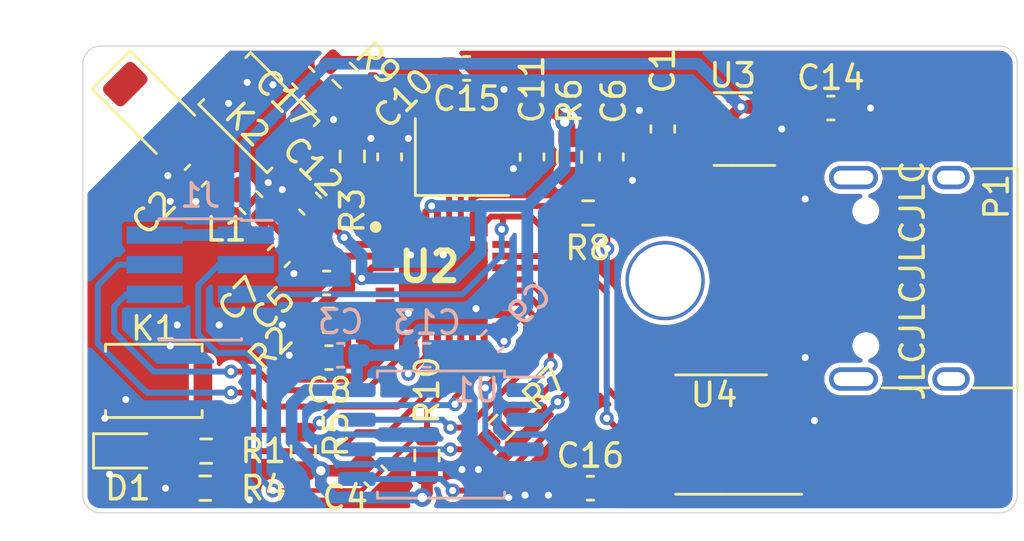
<source format=kicad_pcb>
(kicad_pcb (version 20211014) (generator pcbnew)
  (title_block (title "ESP8266 Wireless DAP") (date "2022-02-02") (rev "Version 1.2.1"))
  (layers (0 "F.Cu" signal) (31 "B.Cu" signal) (34 "B.Paste" user) (35 "F.Paste" user) (36 "B.SilkS" user "B.Silkscreen") (37 "F.SilkS" user "F.Silkscreen") (38 "B.Mask" user) (39 "F.Mask" user) (44 "Edge.Cuts" user))
  (net 0 "")
  (net 1 "GND")
  (net 2 "Net-(ANT1-Pad2)")
  (net 3 "+3V3")
  (net 4 "Net-(C7-Pad1)")
  (net 5 "Net-(C8-Pad1)")
  (net 6 "Net-(C10-Pad1)")
  (net 7 "Net-(C11-Pad1)")
  (net 8 "+5V")
  (net 9 "Net-(C16-Pad1)")
  (net 10 "/RST")
  (net 11 "Net-(D1-Pad2)")
  (net 12 "/UART_TX")
  (net 13 "/SWDIO")
  (net 14 "/U0_RXD")
  (net 15 "/SWDCLK")
  (net 16 "Net-(K1-Pad2)")
  (net 18 "/USB_DP")
  (net 19 "/USB_DM")
  (net 23 "/LED")
  (net 24 "Net-(R3-Pad2)")
  (net 25 "Net-(R6-Pad1)")
  (net 26 "Net-(R7-Pad1)")
  (net 27 "/SD_CLK")
  (net 28 "/U0_TXD")
  (net 29 "/SD_CMD")
  (net 30 "/SD_DATA0")
  (net 31 "/SD_DATA2")
  (net 32 "/SD_DATA1")
  (net 33 "/SD_DATA3")
  (footprint "Button_Switch_SMD:SW_Push_SPST_NO_Alps_SKRK" (layer "F.Cu") (at 130.6 110.3)
    (fp_text reference "K1")
    (fp_text value "SW_DIP_x01")
  )
  (footprint "Capacitor_SMD:C_0603_1608Metric" (layer "F.Cu") (at 138.1 109.3 180)
    (fp_text reference "C8")
    (fp_text value "100nF")
  )
  (footprint "Capacitor_SMD:C_0603_1608Metric" (layer "F.Cu") (at 137 97.3 135)
    (fp_text reference "C17")
    (fp_text value "100nF")
  )
  (footprint "Resistor_SMD:R_0603_1608Metric" (layer "F.Cu") (at 137 113.325 -90)
    (fp_text reference "R5")
    (fp_text value "10kR")
  )
  (footprint "Resistor_SMD:R_0603_1608Metric" (layer "F.Cu") (at 142.3 113.5 -90)
    (fp_text reference "R10")
    (fp_text value "10kR")
  )
  (footprint "Resistor_SMD:R_0603_1608Metric" (layer "F.Cu") (at 132.8 114.9)
    (fp_text reference "R4")
    (fp_text value "10kR")
  )
  (footprint "Capacitor_SMD:C_0603_1608Metric" (layer "F.Cu") (at 149.3 114.9 180)
    (fp_text reference "C16")
    (fp_text value "100nF")
  )
  (footprint "Capacitor_SMD:C_0603_1608Metric" (layer "F.Cu") (at 137.3 102.7 135)
    (fp_text reference "C12")
    (fp_text value "100nF")
  )
  (footprint "Inductor_SMD:L_0603_1608Metric" (layer "F.Cu") (at 134.756847 102.656847 -45)
    (fp_text reference "L1")
    (fp_text value "2.2nH")
  )
  (footprint "Capacitor_SMD:C_0603_1608Metric" (layer "F.Cu") (at 152.4 99.5 90)
    (fp_text reference "C1")
    (fp_text value "10uF")
  )
  (footprint "Resistor_SMD:R_0603_1608Metric" (layer "F.Cu") (at 149.2 103.1)
    (fp_text reference "R8")
    (fp_text value "499R")
  )
  (footprint "Capacitor_SMD:C_0603_1608Metric" (layer "F.Cu") (at 146.8 100.7 -90)
    (fp_text reference "C11")
    (fp_text value "18pF")
  )
  (footprint "Package_TO_SOT_SMD:SOT-23-5" (layer "F.Cu") (at 155.4 99.5 180)
    (fp_text reference "U3")
    (fp_text value "HX9193")
  )
  (footprint "Connector_USB:USB_C_Receptacle_HRO_TYPE-C-31-M-12" (layer "F.Cu") (at 163.7 105.9 90)
    (fp_text reference "P1")
    (fp_text value "USB_C_Plug_USB2.0")
  )
  (footprint "Capacitor_SMD:C_0603_1608Metric" (layer "F.Cu") (at 140.7 100.7 90)
    (fp_text reference "C10")
    (fp_text value "18pF")
  )
  (footprint "Resistor_SMD:R_0603_1608Metric" (layer "F.Cu") (at 139.1 100.675 -90)
    (fp_text reference "R3")
    (fp_text value "12kR")
  )
  (footprint "Resistor_SMD:R_0603_1608Metric" (layer "F.Cu") (at 145.5 112.3 -135)
    (fp_text reference "R7")
    (fp_text value "200R")
  )
  (footprint "LED_SMD:LED_0603_1608Metric" (layer "F.Cu") (at 129.5 113.3)
    (fp_text reference "D1")
    (fp_text value "LED")
  )
  (footprint "Package_SO:SOIC-8_3.9x4.9mm_P1.27mm" (layer "F.Cu") (at 154.9 112.6 180)
    (fp_text reference "U4")
    (fp_text value "CH330N")
  )
  (footprint "RF_Antenna:Johanson_2450AT18x100" (layer "F.Cu") (at 130.4 98.6 -45)
    (fp_text reference "ANT1" hide)
    (fp_text value "Conn_01x02")
  )
  (footprint "Capacitor_SMD:C_0603_1608Metric" (layer "F.Cu") (at 132.4 101.5 -135)
    (fp_text reference "C2")
    (fp_text value "2.4pF")
  )
  (footprint "Resistor_SMD:R_0603_1608Metric" (layer "F.Cu") (at 148.4 100.7 90)
    (fp_text reference "R6")
    (fp_text value "10kR")
  )
  (footprint "Capacitor_SMD:C_0603_1608Metric" (layer "F.Cu") (at 140.1 114.4 -45)
    (fp_text reference "C4")
    (fp_text value "1uF")
  )
  (footprint "Resistor_SMD:R_0603_1608Metric" (layer "F.Cu") (at 138.1 107.7)
    (fp_text reference "R2")
    (fp_text value "10kR")
  )
  (footprint "Capacitor_SMD:C_0603_1608Metric" (layer "F.Cu") (at 135.951992 104.948008 -135)
    (fp_text reference "C7")
    (fp_text value "3.0pF")
  )
  (footprint "Capacitor_SMD:C_0603_1608Metric" (layer "F.Cu") (at 150.2 100.7 -90)
    (fp_text reference "C6")
    (fp_text value "100nF")
  )
  (footprint "Button_Switch_SMD:SW_Push_SPST_NO_Alps_SKRK" (layer "F.Cu") (at 135.1 98.8 -45)
    (fp_text reference "K2")
    (fp_text value "SW_DIP_x01")
  )
  (footprint "ESP8266:ESP8266" (layer "F.Cu") (at 143 106.2)
    (fp_text reference "U2")
    (fp_text value "ESP8266EX" hide)
  )
  (footprint "Capacitor_SMD:C_0603_1608Metric" (layer "F.Cu") (at 159.6 98.6)
    (fp_text reference "C14")
    (fp_text value "100nF")
  )
  (footprint "Crystal:Crystal_SMD_3225-4Pin_3.2x2.5mm" (layer "F.Cu") (at 143.8 100.7)
    (fp_text reference "Y1" hide)
    (fp_text value "26MHz")
  )
  (footprint "Resistor_SMD:R_0603_1608Metric" (layer "F.Cu") (at 138.8 97.2 135)
    (fp_text reference "R9")
    (fp_text value "10kR")
  )
  (footprint "Capacitor_SMD:C_0603_1608Metric" (layer "F.Cu") (at 144 96.9)
    (fp_text reference "C15")
    (fp_text value "100nF")
  )
  (footprint "Resistor_SMD:R_0603_1608Metric" (layer "F.Cu") (at 132.84 113.31)
    (fp_text reference "R1")
    (fp_text value "1kR")
  )
  (footprint "Capacitor_SMD:C_0603_1608Metric" (layer "F.Cu") (at 138 106.1 180)
    (fp_text reference "C5")
    (fp_text value "100nF")
  )
  (footprint "Capacitor_SMD:C_0603_1608Metric" (layer "B.Cu") (at 142.3 109.2)
    (fp_text reference "C13")
    (fp_text value "100nF")
  )
  (footprint "Capacitor_SMD:C_0603_1608Metric" (layer "B.Cu") (at 145.1 108.6 -135)
    (fp_text reference "C9")
    (fp_text value "100nF")
  )
  (footprint "Package_SO:SOIC-8_5.23x5.23mm_P1.27mm" (layer "B.Cu") (at 142.9 112.6 180)
    (fp_text reference "U1")
    (fp_text value "W25Q64")
  )
  (footprint "Capacitor_SMD:C_0603_1608Metric" (layer "B.Cu") (at 138.6 109.2 180)
    (fp_text reference "C3")
    (fp_text value "100nF")
  )
  (footprint "Connector_PinHeader_1.27mm:PinHeader_2x04_P1.27mm_Vertical_SMD" (layer "B.Cu") (at 132.5864 105.9492 180)
    (fp_text reference "J1")
    (fp_text value "Conn_02x04_Odd_Even")
  )
  (gr_arc locked (start 166.8256 95.9416) (mid 167.364415 96.164785) (end 167.5876 96.7036) (layer "Edge.Cuts") (width 0.05))
  (gr_arc locked (start 167.5876 115.1948) (mid 167.364415 115.733615) (end 166.8256 115.9568) (layer "Edge.Cuts") (width 0.05))
  (gr_line locked (start 127.5572 115.1948) (end 127.5572 96.7036) (layer "Edge.Cuts") (width 0.05))
  (gr_line locked (start 166.8256 115.9568) (end 128.3192 115.9568) (layer "Edge.Cuts") (width 0.05))
  (gr_arc locked (start 127.5572 96.7036) (mid 127.780385 96.164785) (end 128.3192 95.9416) (layer "Edge.Cuts") (width 0.05))
  (gr_line locked (start 128.3192 95.9416) (end 166.8256 95.9416) (layer "Edge.Cuts") (width 0.05))
  (gr_line locked (start 167.5876 96.7036) (end 167.5876 115.1948) (layer "Edge.Cuts") (width 0.05))
  (gr_arc locked (start 128.3192 115.9568) (mid 127.780385 115.733615) (end 127.5572 115.1948) (layer "Edge.Cuts") (width 0.05))
  (gr_text "JLCJLCJLCJLC" (at 163.1 106 90) (layer "F.SilkS") (effects (font (size 1 1))))
  (via locked (at 152.5 106) (size 3.4) (drill 3.1) (layers "F.Cu" "B.Cu") (net 0))
  (via (at 131.1 114.9) (size 0.6) (drill 0.3) (layers "F.Cu" "B.Cu") (net 1))
  (via (at 138.3 99.1) (size 0.6) (drill 0.3) (layers "F.Cu" "B.Cu") (net 1))
  (via (at 143.8 114.1) (size 0.6) (drill 0.3) (layers "F.Cu" "B.Cu") (net 1))
  (via (at 129.4 111.1) (size 0.6) (drill 0.3) (layers "F.Cu" "B.Cu") (net 1))
  (via (at 136.6 105.7) (size 0.6) (drill 0.3) (layers "F.Cu" "B.Cu") (net 1))
  (via (at 128.5 111.9) (size 0.6) (drill 0.3) (layers "F.Cu" "B.Cu") (net 1))
  (via (at 133.4 107.9) (size 0.6) (drill 0.3) (layers "F.Cu" "B.Cu") (net 1))
  (via (at 133.8 98.4) (size 0.6) (drill 0.3) (layers "F.Cu" "B.Cu") (net 1))
  (via (at 146.5 115.2) (size 0.6) (drill 0.3) (layers "F.Cu" "B.Cu") (net 1))
  (via (at 141.5 99.9) (size 0.6) (drill 0.3) (layers "F.Cu" "B.Cu") (net 1))
  (via (at 131.6 107.9) (size 0.6) (drill 0.3) (layers "F.Cu" "B.Cu") (net 1))
  (via (at 139.9 99.9) (size 0.6) (drill 0.3) (layers "F.Cu" "B.Cu") (net 1))
  (via (at 136.1 107.9) (size 0.6) (drill 0.3) (layers "F.Cu" "B.Cu") (net 1))
  (via (at 135.5 101.8) (size 0.6) (drill 0.3) (layers "F.Cu" "B.Cu") (net 1))
  (via (at 131.3 102.6) (size 0.6) (drill 0.3) (layers "F.Cu" "B.Cu") (net 1))
  (via (at 158.9 112) (size 0.6) (drill 0.3) (layers "F.Cu" "B.Cu") (net 1))
  (via (at 146 101.2) (size 0.6) (drill 0.3) (layers "F.Cu" "B.Cu") (net 1))
  (via (at 158.5 102.5) (size 0.6) (drill 0.3) (layers "F.Cu" "B.Cu") (net 1))
  (via (at 143 104.9) (size 0.6) (drill 0.3) (layers "F.Cu" "B.Cu") (net 1))
  (via (at 131.3 108.8) (size 0.6) (drill 0.3) (layers "F.Cu" "B.Cu") (net 1))
  (via (at 128.7 114.3) (size 0.6) (drill 0.3) (layers "F.Cu" "B.Cu") (net 1))
  (via (at 136.4 109.2) (size 0.6) (drill 0.3) (layers "F.Cu" "B.Cu") (net 1))
  (via (at 151.1 101.7) (size 0.6) (drill 0.3) (layers "F.Cu" "B.Cu") (net 1))
  (via (at 157.5 99.5) (size 0.6) (drill 0.3) (layers "F.Cu" "B.Cu") (net 1))
  (via (at 161.3 98.6) (size 0.6) (drill 0.3) (layers "F.Cu" "B.Cu") (net 1))
  (via (at 144.5 114.1) (size 0.6) (drill 0.3) (layers "F.Cu" "B.Cu") (net 1))
  (via (at 145.6 97.8) (size 0.6) (drill 0.3) (layers "F.Cu" "B.Cu") (net 1))
  (via (at 158.5 109.3) (size 0.6) (drill 0.3) (layers "F.Cu" "B.Cu") (net 1))
  (via (at 145.8 115.3) (size 0.6) (drill 0.3) (layers "F.Cu" "B.Cu") (net 1))
  (via (at 135.7 97.6) (size 0.6) (drill 0.3) (layers "F.Cu" "B.Cu") (net 1))
  (via (at 134.7 115.4) (size 0.6) (drill 0.3) (layers "F.Cu" "B.Cu") (net 1))
  (via (at 132.4 102.6) (size 0.6) (drill 0.3) (layers "F.Cu" "B.Cu") (net 1))
  (via (at 136.1 102.1) (size 0.6) (drill 0.3) (layers "F.Cu" "B.Cu") (net 1))
  (via (at 141.6 104.9) (size 0.6) (drill 0.3) (layers "F.Cu" "B.Cu") (net 1))
  (via (at 144.4 107.2) (size 0.6) (drill 0.3) (layers "F.Cu" "B.Cu") (net 1))
  (via (at 151.4 98.7) (size 0.6) (drill 0.3) (layers "F.Cu" "B.Cu") (net 1))
  (via (at 147.5 115.2) (size 0.6) (drill 0.3) (layers "F.Cu" "B.Cu") (net 1))
  (via (at 134.6 97.5) (size 0.6) (drill 0.3) (layers "F.Cu" "B.Cu") (net 1))
  (via (at 131.2 101.5) (size 0.6) (drill 0.3) (layers "F.Cu" "B.Cu") (net 1))
  (via (at 141.5 107.4) (size 0.6) (drill 0.3) (layers "F.Cu" "B.Cu") (net 1))
  (segment (start 134.096016 102.1) (end 132.948008 100.951992) (width 0.3) (layer "F.Cu") (net 2))
  (segment (start 132.948008 100.951992) (end 132.751992 100.951992) (width 0.3) (layer "F.Cu") (net 2))
  (segment (start 132.751992 100.951992) (end 131.425305 99.625305) (width 0.3) (layer "F.Cu") (net 2))
  (segment (start 134.2 102.1) (end 134.096016 102.1) (width 0.3) (layer "F.Cu") (net 2))
  (segment (start 139.45 105.95) (end 138.925 105.95) (width 0.3) (layer "F.Cu") (net 3))
  (segment (start 141.5 110) (end 142.25 109.25) (width 0.254) (layer "F.Cu") (net 3))
  (segment (start 138.925 105.95) (end 138.775 106.1) (width 0.3) (layer "F.Cu") (net 3))
  (segment (start 142.3 115.1) (end 142.1 115.3) (width 0.5) (layer "F.Cu") (net 3))
  (segment (start 148.2 99.2) (end 147.800489 98.800489) (width 0.5) (layer "F.Cu") (net 3))
  (segment (start 139.05 104.45) (end 138.75 104.15) (width 0.3) (layer "F.Cu") (net 3))
  (segment (start 150.55 100.275) (end 150.2 99.925) (width 0.5) (layer "F.Cu") (net 3))
  (segment (start 152.575 100.45) (end 152.4 100.275) (width 0.5) (layer "F.Cu") (net 3))
  (segment (start 142.25 103.7) (end 142.25 103.05) (width 0.3) (layer "F.Cu") (net 3))
  (segment (start 137.75 114.15) (end 139.253984 114.15) (width 0.5) (layer "F.Cu") (net 3))
  (segment (start 150.15 99.875) (end 150.2 99.925) (width 0.5) (layer "F.Cu") (net 3))
  (segment (start 140.5 105.45) (end 139.95 105.45) (width 0.3) (layer "F.Cu") (net 3))
  (segment (start 138.75 104.15) (end 137.848008 103.248008) (width 0.3) (layer "F.Cu") (net 3))
  (segment (start 147.800489 98.800489) (end 145.125489 98.800489) (width 0.5) (layer "F.Cu") (net 3))
  (segment (start 154.2625 100.45) (end 152.575 100.45) (width 0.5) (layer "F.Cu") (net 3))
  (segment (start 145.125489 98.800489) (end 143.225 96.9) (width 0.5) (layer "F.Cu") (net 3))
  (segment (start 137.275 107.6) (end 138.775 106.1) (width 0.5) (layer "F.Cu") (net 3))
  (segment (start 142.3 114.325) (end 142.3 115.1) (width 0.5) (layer "F.Cu") (net 3))
  (segment (start 140.6 96.9) (end 140.316637 96.616637) (width 0.5) (layer "F.Cu") (net 3))
  (segment (start 142.75 103.05) (end 142.5 102.8) (width 0.3) (layer "F.Cu") (net 3))
  (segment (start 139.5 105.9) (end 139.45 105.95) (width 0.3) (layer "F.Cu") (net 3))
  (segment (start 152.4 100.275) (end 150.55 100.275) (width 0.5) (layer "F.Cu") (net 3))
  (segment (start 140.5 104.45) (end 139.05 104.45) (width 0.3) (layer "F.Cu") (net 3))
  (segment (start 140.5 105.95) (end 139.45 105.95) (width 0.3) (layer "F.Cu") (net 3))
  (segment (start 140.316637 96.616637) (end 138.216637 96.616637) (width 0.5) (layer "F.Cu") (net 3))
  (segment (start 145.5 108.5) (end 145.6 108.6) (width 0.3) (layer "F.Cu") (net 3))
  (segment (start 139.95 105.45) (end 139.5 105.9) (width 0.3) (layer "F.Cu") (net 3))
  (segment (start 137.275 107.7) (end 137.275 107.6) (width 0.5) (layer "F.Cu") (net 3))
  (segment (start 142.25 109.25) (end 142.25 108.7) (width 0.254) (layer "F.Cu") (net 3))
  (segment (start 137 114.15) (end 137.75 114.15) (width 0.5) (layer "F.Cu") (net 3))
  (segment (start 148.2 99.2) (end 148.4 99.4) (width 0.5) (layer "F.Cu") (net 3))
  (segment (start 145.5 107.95) (end 145.5 108.5) (width 0.3) (layer "F.Cu") (net 3))
  (segment (start 139.253984 114.15) (end 139.551992 113.851992) (width 0.5) (layer "F.Cu") (net 3))
  (segment (start 148.4 99.875) (end 150.15 99.875) (width 0.5) (layer "F.Cu") (net 3))
  (segment (start 143.225 96.9) (end 140.6 96.9) (width 0.5) (layer "F.Cu") (net 3))
  (segment (start 148.4 99.4) (end 148.4 99.875) (width 0.5) (layer "F.Cu") (net 3))
  (segment (start 142.25 103.05) (end 142.5 102.8) (width 0.3) (layer "F.Cu") (net 3))
  (segment (start 142.75 103.7) (end 142.75 103.05) (width 0.3) (layer "F.Cu") (net 3))
  (via (at 139.5 105.9) (size 0.6) (drill 0.3) (layers "F.Cu" "B.Cu") (net 3))
  (via (at 148.2 99.2) (size 0.8) (drill 0.4) (layers "F.Cu" "B.Cu") (net 3))
  (via (at 142.1 115.3) (size 0.8) (drill 0.4) (layers "F.Cu" "B.Cu") (net 3))
  (via (at 145.6 108.6) (size 0.6) (drill 0.3) (layers "F.Cu" "B.Cu") (net 3))
  (via (at 142.5 102.8) (size 0.6) (drill 0.3) (layers "F.Cu" "B.Cu") (net 3))
  (via (at 137.75 114.15) (size 0.8) (drill 0.4) (layers "F.Cu" "B.Cu") (net 3))
  (via (at 141.5 110) (size 0.6) (drill 0.3) (layers "F.Cu" "B.Cu") (net 3))
  (via (at 138.75 104.15) (size 0.6) (drill 0.3) (layers "F.Cu" "B.Cu") (net 3))
  (segment (start 146.6 102.8) (end 144.6 102.8) (width 0.5) (layer "B.Cu") (net 3))
  (segment (start 146.6 102.8) (end 146.6 107.1) (width 0.5) (layer "B.Cu") (net 3))
  (segment (start 143.5 105.9) (end 139.5 105.9) (width 0.5) (layer "B.Cu") (net 3))
  (segment (start 144.6 102.8) (end 144.6 104.8) (width 0.5) (layer "B.Cu") (net 3))
  (segment (start 139.5 105.9) (end 139.5 104.9) (width 0.5) (layer "B.Cu") (net 3))
  (segment (start 137.75 114.75) (end 137.75 114.15) (width 0.5) (layer "B.Cu") (net 3))
  (segment (start 136.5 111.3) (end 137.105 110.695) (width 0.5) (layer "B.Cu") (net 3))
  (segment (start 146.6 107.1) (end 145.6 108.1) (width 0.5) (layer "B.Cu") (net 3))
  (segment (start 141.525 109.2) (end 141.525 108.575) (width 0.5) (layer "B.Cu") (net 3))
  (segment (start 138.3 115.3) (end 137.75 114.75) (width 0.5) (layer "B.Cu") (net 3))
  (segment (start 139.3 109.275) (end 139.375 109.2) (width 0.5) (layer "B.Cu") (net 3))
  (segment (start 136.5 112.9) (end 136.5 111.3) (width 0.5) (layer "B.Cu") (net 3))
  (segment (start 145.1 108.1) (end 145.6 108.6) (width 0.5) (layer "B.Cu") (net 3))
  (segment (start 145.6 108.1) (end 145.6 108.6) (width 0.5) (layer "B.Cu") (net 3))
  (segment (start 141.525 109.975) (end 141.5 110) (width 0.5) (layer "B.Cu") (net 3))
  (segment (start 144.6 102.8) (end 142.5 102.8) (width 0.5) (layer "B.Cu") (net 3))
  (segment (start 141.525 108.575) (end 142 108.1) (width 0.5) (layer "B.Cu") (net 3))
  (segment (start 148.2 101.2) (end 148.2 99.2) (width 0.5) (layer "B.Cu") (net 3))
  (segment (start 144.6 104.8) (end 143.5 105.9) (width 0.5) (layer "B.Cu") (net 3))
  (segment (start 137.75 114.15) (end 136.5 112.9) (width 0.5) (layer "B.Cu") (net 3))
  (segment (start 139.375 109.2) (end 141.525 109.2) (width 0.5) (layer "B.Cu") (net 3))
  (segment (start 139.5 104.9) (end 138.75 104.15) (width 0.5) (layer "B.Cu") (net 3))
  (segment (start 142 108.1) (end 145.1 108.1) (width 0.5) (layer "B.Cu") (net 3))
  (segment (start 137.105 110.695) (end 139.3 110.695) (width 0.5) (layer "B.Cu") (net 3))
  (segment (start 146.6 102.8) (end 148.2 101.2) (width 0.5) (layer "B.Cu") (net 3))
  (segment (start 139.3 110.695) (end 139.3 109.275) (width 0.5) (layer "B.Cu") (net 3))
  (segment (start 141.525 109.2) (end 141.525 109.975) (width 0.5) (layer "B.Cu") (net 3))
  (segment (start 142.1 115.3) (end 138.3 115.3) (width 0.5) (layer "B.Cu") (net 3))
  (segment (start 137.55 104.95) (end 140.5 104.95) (width 0.3) (layer "F.Cu") (net 4))
  (segment (start 135.313694 103.213694) (end 136.5 104.4) (width 0.3) (layer "F.Cu") (net 4))
  (segment (start 136.696446 104.596446) (end 136.5 104.4) (width 0.3) (layer "F.Cu") (net 4))
  (arc (start 137.55 104.95) (mid 137.088059 104.858114) (end 136.696445 104.596446) (width 0.3) (layer "F.Cu") (net 4))
  (segment (start 139.175 107.45) (end 138.925 107.7) (width 0.254) (layer "F.Cu") (net 5))
  (segment (start 138.925 107.7) (end 138.925 109.25) (width 0.254) (layer "F.Cu") (net 5))
  (segment (start 138.925 109.25) (end 138.875 109.3) (width 0.254) (layer "F.Cu") (net 5))
  (segment (start 140.5 107.45) (end 139.175 107.45) (width 0.254) (layer "F.Cu") (net 5))
  (segment (start 142.7 101.55) (end 140.775 101.55) (width 0.254) (layer "F.Cu") (net 6))
  (segment (start 143.25 102.1) (end 143.25 103.7) (width 0.254) (layer "F.Cu") (net 6))
  (segment (start 142.7 101.55) (end 143.25 102.1) (width 0.254) (layer "F.Cu") (net 6))
  (segment (start 140.775 101.55) (end 140.7 101.475) (width 0.254) (layer "F.Cu") (net 6))
  (segment (start 143.75 100.876511) (end 143.75 103.7) (width 0.254) (layer "F.Cu") (net 7))
  (segment (start 144.9 99.85) (end 146.725 99.85) (width 0.254) (layer "F.Cu") (net 7))
  (segment (start 144.9 99.85) (end 144.776511 99.85) (width 0.254) (layer "F.Cu") (net 7))
  (segment (start 144.776511 99.85) (end 143.75 100.876511) (width 0.254) (layer "F.Cu") (net 7))
  (segment (start 146.725 99.85) (end 146.8 99.925) (width 0.254) (layer "F.Cu") (net 7))
  (segment (start 156.5375 100.45) (end 156.5375 102.9375) (width 0.5) (layer "F.Cu") (net 8))
  (segment (start 152.43 110.7) (end 152.425 110.695) (width 0.5) (layer "F.Cu") (net 8))
  (segment (start 155.75 98.55) (end 155.42548 98.87452) (width 0.5) (layer "F.Cu") (net 8))
  (segment (start 156.35 108.35) (end 154 110.7) (width 0.5) (layer "F.Cu") (net 8))
  (segment (start 157.05 103.45) (end 156.35 104.15) (width 0.5) (layer "F.Cu") (net 8))
  (segment (start 156.5375 102.9375) (end 157.05 103.45) (width 0.5) (layer "F.Cu") (net 8))
  (segment (start 155.42548 100.12548) (end 155.75 100.45) (width 0.5) (layer "F.Cu") (net 8))
  (segment (start 159.655 103.45) (end 157.05 103.45) (width 0.5) (layer "F.Cu") (net 8))
  (segment (start 159.655 108.35) (end 156.35 108.35) (width 0.5) (layer "F.Cu") (net 8))
  (segment (start 156.5875 98.6) (end 156.5375 98.55) (width 0.5) (layer "F.Cu") (net 8))
  (segment (start 155.42548 98.87452) (end 155.42548 100.12548) (width 0.5) (layer "F.Cu") (net 8))
  (segment (start 155.75 100.45) (end 156.5375 100.45) (width 0.5) (layer "F.Cu") (net 8))
  (segment (start 156.5375 98.55) (end 155.75 98.55) (width 0.5) (layer "F.Cu") (net 8))
  (segment (start 158.825 98.6) (end 156.5875 98.6) (width 0.5) (layer "F.Cu") (net 8))
  (segment (start 156.35 104.15) (end 156.35 108.35) (width 0.5) (layer "F.Cu") (net 8))
  (segment (start 154 110.7) (end 152.43 110.7) (width 0.5) (layer "F.Cu") (net 8))
  (via (at 155.75 98.55) (size 0.6) (drill 0.3) (layers "F.Cu" "B.Cu") (net 8))
  (segment (start 153.9 96.7) (end 155.75 98.55) (width 0.5) (layer "B.Cu") (net 8))
  (segment (start 138 96.7) (end 153.9 96.7) (width 0.5) (layer "B.Cu") (net 8))
  (segment (start 134.5 100.2) (end 138 96.7) (width 0.5) (layer "B.Cu") (net 8))
  (segment (start 134.5 104.0078) (end 134.5 100.2) (width 0.5) (layer "B.Cu") (net 8))
  (segment (start 130.6364 104.0442) (end 134.5364 104.0442) (width 0.5) (layer "B.Cu") (net 8))
  (segment (start 134.5364 104.0442) (end 134.5 104.0078) (width 0.5) (layer "B.Cu") (net 8))
  (segment (start 152.425 114.505) (end 151.095 114.505) (width 0.3) (layer "F.Cu") (net 9))
  (segment (start 150.7 114.9) (end 150.075 114.9) (width 0.3) (layer "F.Cu") (net 9))
  (segment (start 151.095 114.505) (end 150.7 114.9) (width 0.3) (layer "F.Cu") (net 9))
  (segment (start 141.25 103.7) (end 141.25 103.25) (width 0.254) (layer "F.Cu") (net 10))
  (segment (start 137.612653 97.783363) (end 137.548008 97.848008) (width 0.254) (layer "F.Cu") (net 10))
  (segment (start 141.25 103.25) (end 141 103) (width 0.254) (layer "F.Cu") (net 10))
  (segment (start 139.3 103) (end 136.584924 100.284924) (width 0.254) (layer "F.Cu") (net 10))
  (segment (start 136.584924 98.811092) (end 136.584924 100.284924) (width 0.254) (layer "F.Cu") (net 10))
  (segment (start 139.383363 97.783363) (end 137.612653 97.783363) (width 0.254) (layer "F.Cu") (net 10))
  (segment (start 137.548008 97.848008) (end 136.584924 98.811092) (width 0.254) (layer "F.Cu") (net 10))
  (segment (start 141 103) (end 139.3 103) (width 0.254) (layer "F.Cu") (net 10))
  (segment (start 130.2875 113.3) (end 132.005 113.3) (width 0.254) (layer "F.Cu") (net 11))
  (segment (start 132.005 113.3) (end 132.015 113.31) (width 0.254) (layer "F.Cu") (net 11))
  (segment (start 142.3 111.5) (end 142.3 112.675) (width 0.254) (layer "F.Cu") (net 12))
  (segment (start 139.5 115) (end 141.825 112.675) (width 0.2) (layer "F.Cu") (net 12))
  (segment (start 143.75 108.7) (end 143.75 110.05) (width 0.254) (layer "F.Cu") (net 12))
  (segment (start 143.75 110.05) (end 142.3 111.5) (width 0.254) (layer "F.Cu") (net 12))
  (segment (start 141.825 112.675) (end 142.3 112.675) (width 0.2) (layer "F.Cu") (net 12))
  (segment (start 135.7 115) (end 139.5 115) (width 0.2) (layer "F.Cu") (net 12))
  (via (at 135.7 115) (size 0.6) (drill 0.3) (layers "F.Cu" "B.Cu") (net 12))
  (segment (start 132.5 106.2) (end 132.5 108.3) (width 0.254) (layer "B.Cu") (net 12))
  (segment (start 134.6 109.1) (end 135.1 109.6) (width 0.254) (layer "B.Cu") (net 12))
  (segment (start 135.1 109.6) (end 135.1 111.3) (width 0.254) (layer "B.Cu") (net 12))
  (segment (start 133.3 109.1) (end 134.6 109.1) (width 0.254) (layer "B.Cu") (net 12))
  (segment (start 133.3858 105.3142) (end 134.5364 105.3142) (width 0.254) (layer "B.Cu") (net 12))
  (segment (start 132.5 108.3) (end 133.3 109.1) (width 0.254) (layer "B.Cu") (net 12))
  (segment (start 135.1 111.3) (end 135.1 114.4) (width 0.254) (layer "B.Cu") (net 12))
  (segment (start 132.5 106.2) (end 133.3858 105.3142) (width 0.254) (layer "B.Cu") (net 12))
  (segment (start 135.1 114.4) (end 135.7 115) (width 0.254) (layer "B.Cu") (net 12))
  (segment (start 134.8 110.8) (end 135.4 111.4) (width 0.254) (layer "F.Cu") (net 13))
  (segment (start 135.4 111.4) (end 141.026511 111.4) (width 0.254) (layer "F.Cu") (net 13))
  (segment (start 141.026511 111.4) (end 142.75 109.676511) (width 0.254) (layer "F.Cu") (net 13))
  (segment (start 133.9 110.8) (end 134.8 110.8) (width 0.254) (layer "F.Cu") (net 13))
  (segment (start 142.75 109.676511) (end 142.75 108.7) (width 0.254) (layer "F.Cu") (net 13))
  (via (at 133.9 110.8) (size 0.6) (drill 0.3) (layers "F.Cu" "B.Cu") (net 13))
  (segment (start 129.0858 105.3142) (end 130.6364 105.3142) (width 0.254) (layer "B.Cu") (net 13))
  (segment (start 128.2 106.2) (end 129.0858 105.3142) (width 0.254) (layer "B.Cu") (net 13))
  (segment (start 133.9 110.8) (end 130.3 110.8) (width 0.254) (layer "B.Cu") (net 13))
  (segment (start 128.2 108.7) (end 128.2 106.2) (width 0.254) (layer "B.Cu") (net 13))
  (segment (start 130.3 110.8) (end 128.2 108.7) (width 0.254) (layer "B.Cu") (net 13))
  (segment (start 145.04648 103.25352) (end 145.55352 103.25352) (width 0.254) (layer "F.Cu") (net 14))
  (segment (start 146.75352 103.25352) (end 150 106.5) (width 0.254) (layer "F.Cu") (net 14))
  (segment (start 144.75 103.55) (end 145.04648 103.25352) (width 0.254) (layer "F.Cu") (net 14))
  (segment (start 151.365 111.965) (end 152.425 111.965) (width 0.254) (layer "F.Cu") (net 14))
  (segment (start 150 110.6) (end 151.365 111.965) (width 0.254) (layer "F.Cu") (net 14))
  (segment (start 145.5 103.8) (end 145.55352 103.74648) (width 0.254) (layer "F.Cu") (net 14))
  (segment (start 150 106.5) (end 150 110.6) (width 0.254) (layer "F.Cu") (net 14))
  (segment (start 145.55352 103.25352) (end 146.75352 103.25352) (width 0.254) (layer "F.Cu") (net 14))
  (segment (start 144.75 103.7) (end 144.75 103.55) (width 0.254) (layer "F.Cu") (net 14))
  (segment (start 145.55352 103.74648) (end 145.55352 103.25352) (width 0.254) (layer "F.Cu") (net 14))
  (via (at 145.5 103.8) (size 0.6) (drill 0.3) (layers "F.Cu" "B.Cu") (net 14))
  (segment (start 134.5364 106.5842) (end 143.8158 106.5842) (width 0.254) (layer "B.Cu") (net 14))
  (segment (start 143.8158 106.5842) (end 145.5 104.9) (width 0.254) (layer "B.Cu") (net 14))
  (segment (start 145.5 104.9) (end 145.5 103.8) (width 0.254) (layer "B.Cu") (net 14))
  (segment (start 133.9 109.9) (end 135.1 109.9) (width 0.254) (layer "F.Cu") (net 15))
  (segment (start 135.9 110.7) (end 139.7 110.7) (width 0.254) (layer "F.Cu") (net 15))
  (segment (start 139.7 110.7) (end 141.25 109.15) (width 0.254) (layer "F.Cu") (net 15))
  (segment (start 135.1 109.9) (end 135.9 110.7) (width 0.254) (layer "F.Cu") (net 15))
  (segment (start 141.25 109.15) (end 141.25 108.7) (width 0.254) (layer "F.Cu") (net 15))
  (via (at 133.9 109.9) (size 0.6) (drill 0.3) (layers "F.Cu" "B.Cu") (net 15))
  (segment (start 128.9 107.1) (end 129.4158 106.5842) (width 0.254) (layer "B.Cu") (net 15))
  (segment (start 130.6 109.9) (end 128.9 108.2) (width 0.254) (layer "B.Cu") (net 15))
  (segment (start 128.9 108.2) (end 128.9 107.1) (width 0.254) (layer "B.Cu") (net 15))
  (segment (start 133.9 109.9) (end 130.6 109.9) (width 0.254) (layer "B.Cu") (net 15))
  (segment (start 129.4158 106.5842) (end 130.6364 106.5842) (width 0.254) (layer "B.Cu") (net 15))
  (segment (start 143.5 111.3) (end 143.5 111.013979) (width 0.254) (layer "F.Cu") (net 16))
  (segment (start 143.5 111.013979) (end 144.25 110.263979) (width 0.254) (layer "F.Cu") (net 16))
  (segment (start 137.4 112.4) (end 133.6 112.4) (width 0.254) (layer "F.Cu") (net 16))
  (segment (start 132.7 111.5) (end 132.7 110.3) (width 0.254) (layer "F.Cu") (net 16))
  (segment (start 133.6 112.4) (end 132.7 111.5) (width 0.254) (layer "F.Cu") (net 16))
  (segment (start 137.7 112.1) (end 137.4 112.4) (width 0.254) (layer "F.Cu") (net 16))
  (segment (start 144.25 110.263979) (end 144.25 108.7) (width 0.254) (layer "F.Cu") (net 16))
  (via (at 143.5 111.3) (size 0.6) (drill 0.3) (layers "F.Cu" "B.Cu") (net 16))
  (via (at 137.7 112.1) (size 0.6) (drill 0.3) (layers "F.Cu" "B.Cu") (net 16))
  (segment (start 138.452619 111.33848) (end 137.7 112.091099) (width 0.254) (layer "B.Cu") (net 16))
  (segment (start 143.5 111.3) (end 143.46152 111.33848) (width 0.254) (layer "B.Cu") (net 16))
  (segment (start 143.46152 111.33848) (end 138.452619 111.33848) (width 0.254) (layer "B.Cu") (net 16))
  (segment (start 137.7 112.091099) (end 137.7 112.1) (width 0.254) (layer "B.Cu") (net 16))
  (segment (start 157.375 114.505) (end 160.195 114.505) (width 0.254) (layer "F.Cu") (net 18))
  (segment (start 159.655 105.15) (end 160.95 105.15) (width 0.254) (layer "F.Cu") (net 18))
  (segment (start 163.2 111.5) (end 163.2 107.308626) (width 0.254) (layer "F.Cu") (net 18))
  (segment (start 160.195 114.505) (end 163.2 111.5) (width 0.254) (layer "F.Cu") (net 18))
  (segment (start 161.3 106.1) (end 161.35 106.15) (width 0.254) (layer "F.Cu") (net 18))
  (segment (start 161.3 105.5) (end 161.3 106.1) (width 0.254) (layer "F.Cu") (net 18))
  (segment (start 160.95 105.15) (end 161.3 105.5) (width 0.254) (layer "F.Cu") (net 18))
  (segment (start 161.35 106.15) (end 159.655 106.15) (width 0.254) (layer "F.Cu") (net 18))
  (segment (start 162.041374 106.15) (end 161.35 106.15) (width 0.254) (layer "F.Cu") (net 18))
  (segment (start 163.2 107.308626) (end 162.041374 106.15) (width 0.254) (layer "F.Cu") (net 18))
  (segment (start 158.2 105.8) (end 158.2 106.5) (width 0.254) (layer "F.Cu") (net 19))
  (segment (start 162.74648 111.312146) (end 162.74648 107.49648) (width 0.254) (layer "F.Cu") (net 19))
  (segment (start 161.9 106.65) (end 159.655 106.65) (width 0.254) (layer "F.Cu") (net 19))
  (segment (start 157.375 113.235) (end 160.823626 113.235) (width 0.254) (layer "F.Cu") (net 19))
  (segment (start 159.655 105.65) (end 158.35 105.65) (width 0.254) (layer "F.Cu") (net 19))
  (segment (start 160.823626 113.235) (end 162.74648 111.312146) (width 0.254) (layer "F.Cu") (net 19))
  (segment (start 162.74648 107.49648) (end 161.9 106.65) (width 0.254) (layer "F.Cu") (net 19))
  (segment (start 158.35 105.65) (end 158.2 105.8) (width 0.254) (layer "F.Cu") (net 19))
  (segment (start 158.35 106.65) (end 159.655 106.65) (width 0.254) (layer "F.Cu") (net 19))
  (segment (start 158.2 106.5) (end 158.35 106.65) (width 0.254) (layer "F.Cu") (net 19))
  (segment (start 133.625 114.9) (end 133.625 113.35) (width 0.254) (layer "F.Cu") (net 23))
  (segment (start 138.49 113.31) (end 133.665 113.31) (width 0.254) (layer "F.Cu") (net 23))
  (segment (start 139.3 112.5) (end 138.49 113.31) (width 0.254) (layer "F.Cu") (net 23))
  (segment (start 140.658626 112.5) (end 139.3 112.5) (width 0.254) (layer "F.Cu") (net 23))
  (segment (start 143.25 109.908626) (end 140.658626 112.5) (width 0.254) (layer "F.Cu") (net 23))
  (segment (start 133.625 113.35) (end 133.665 113.31) (width 0.254) (layer "F.Cu") (net 23))
  (segment (start 143.25 108.7) (end 143.25 109.908626) (width 0.254) (layer "F.Cu") (net 23))
  (segment (start 141.75 103.7) (end 141.75 102.95) (width 0.254) (layer "F.Cu") (net 24))
  (segment (start 141.3 102.5) (end 139.7 102.5) (width 0.254) (layer "F.Cu") (net 24))
  (segment (start 139.1 101.9) (end 139.1 101.5) (width 0.254) (layer "F.Cu") (net 24))
  (segment (start 141.75 102.95) (end 141.3 102.5) (width 0.254) (layer "F.Cu") (net 24))
  (segment (start 139.7 102.5) (end 139.1 101.9) (width 0.254) (layer "F.Cu") (net 24))
  (segment (start 148.075 102.8) (end 148.375 103.1) (width 0.254) (layer "F.Cu") (net 25))
  (segment (start 148.4 101.525) (end 148.4 103.075) (width 0.254) (layer "F.Cu") (net 25))
  (segment (start 144.25 103.7) (end 144.25 103.15) (width 0.254) (layer "F.Cu") (net 25))
  (segment (start 148.4 103.075) (end 148.375 103.1) (width 0.254) (layer "F.Cu") (net 25))
  (segment (start 144.6 102.8) (end 148.075 102.8) (width 0.254) (layer "F.Cu") (net 25))
  (segment (start 144.25 103.15) (end 144.6 102.8) (width 0.254) (layer "F.Cu") (net 25))
  (segment (start 148.226511 107.585137) (end 148.226511 109.85951) (width 0.254) (layer "F.Cu") (net 26))
  (segment (start 145.5 105.95) (end 146.591374 105.95) (width 0.254) (layer "F.Cu") (net 26))
  (segment (start 146.591374 105.95) (end 148.226511 107.585137) (width 0.254) (layer "F.Cu") (net 26))
  (segment (start 148.226511 109.85951) (end 146.369384 111.716637) (width 0.254) (layer "F.Cu") (net 26))
  (segment (start 146.369384 111.716637) (end 146.083363 111.716637) (width 0.254) (layer "F.Cu") (net 26))
  (segment (start 144.565 113.235) (end 144.916637 112.883363) (width 0.254) (layer "F.Cu") (net 27))
  (segment (start 143.3 113.235) (end 144.565 113.235) (width 0.254) (layer "F.Cu") (net 27))
  (via (at 143.3 113.235) (size 0.6) (drill 0.3) (layers "F.Cu" "B.Cu") (net 27))
  (segment (start 139.3 113.235) (end 143.3 113.235) (width 0.254) (layer "B.Cu") (net 27))
  (segment (start 150.025 103.1) (end 150.025 104.625) (width 0.254) (layer "F.Cu") (net 28))
  (segment (start 151.335 113.235) (end 150 111.9) (width 0.254) (layer "F.Cu") (net 28))
  (segment (start 152.425 113.235) (end 151.335 113.235) (width 0.254) (layer "F.Cu") (net 28))
  (via (at 150.025 104.625) (size 0.6) (drill 0.3) (layers "F.Cu" "B.Cu") (net 28))
  (via (at 150 111.9) (size 0.6) (drill 0.3) (layers "F.Cu" "B.Cu") (net 28))
  (segment (start 150 111.9) (end 150 104.65) (width 0.254) (layer "B.Cu") (net 28))
  (segment (start 150 104.65) (end 150.025 104.625) (width 0.254) (layer "B.Cu") (net 28))
  (segment (start 145.5 106.45) (end 145.523489 106.426511) (width 0.254) (layer "F.Cu") (net 29))
  (segment (start 146.426511 106.426511) (end 147.6 107.6) (width 0.254) (layer "F.Cu") (net 29))
  (segment (start 145.523489 106.426511) (end 146.426511 106.426511) (width 0.254) (layer "F.Cu") (net 29))
  (segment (start 147.6 107.6) (end 147.6 109.6) (width 0.254) (layer "F.Cu") (net 29))
  (via (at 147.6 109.6) (size 0.6) (drill 0.3) (layers "F.Cu" "B.Cu") (net 29))
  (segment (start 146.5 110.695) (end 146.505 110.695) (width 0.254) (layer "B.Cu") (net 29))
  (segment (start 146.505 110.695) (end 147.6 109.6) (width 0.254) (layer "B.Cu") (net 29))
  (segment (start 147.15 105.45) (end 145.5 105.45) (width 0.254) (layer "F.Cu") (net 30))
  (segment (start 148.8 110.3) (end 148.8 107.1) (width 0.254) (layer "F.Cu") (net 30))
  (segment (start 147.9 111.2) (end 148.8 110.3) (width 0.254) (layer "F.Cu") (net 30))
  (segment (start 148.8 107.1) (end 147.15 105.45) (width 0.254) (layer "F.Cu") (net 30))
  (via (at 147.9 111.2) (size 0.6) (drill 0.3) (layers "F.Cu" "B.Cu") (net 30))
  (segment (start 147.135 111.965) (end 146.5 111.965) (width 0.254) (layer "B.Cu") (net 30))
  (segment (start 147.9 111.2) (end 147.135 111.965) (width 0.254) (layer "B.Cu") (net 30))
  (segment (start 146.167252 107.45) (end 145.5 107.45) (width 0.254) (layer "F.Cu") (net 31))
  (segment (start 144.8 110.6) (end 146.59296 108.80704) (width 0.254) (layer "F.Cu") (net 31))
  (segment (start 146.59296 108.80704) (end 146.59296 107.875708) (width 0.254) (layer "F.Cu") (net 31))
  (segment (start 146.59296 107.875708) (end 146.167252 107.45) (width 0.254) (layer "F.Cu") (net 31))
  (via (at 144.8 110.6) (size 0.6) (drill 0.3) (layers "F.Cu" "B.Cu") (net 31))
  (segment (start 144.8 112.6) (end 145.435 113.235) (width 0.254) (layer "B.Cu") (net 31))
  (segment (start 145.435 113.235) (end 146.5 113.235) (width 0.254) (layer "B.Cu") (net 31))
  (segment (start 144.8 110.6) (end 144.8 112.6) (width 0.254) (layer "B.Cu") (net 31))
  (segment (start 143.4 115) (end 144.986021 115) (width 0.254) (layer "F.Cu") (net 32))
  (segment (start 147.55 104.95) (end 145.5 104.95) (width 0.254) (layer "F.Cu") (net 32))
  (segment (start 144.986021 115) (end 149.4 110.586021) (width 0.254) (layer "F.Cu") (net 32))
  (segment (start 149.4 106.8) (end 147.55 104.95) (width 0.254) (layer "F.Cu") (net 32))
  (segment (start 149.4 110.586021) (end 149.4 106.8) (width 0.254) (layer "F.Cu") (net 32))
  (via (at 143.4 115) (size 0.6) (drill 0.3) (layers "F.Cu" "B.Cu") (net 32))
  (segment (start 143.4 115) (end 142.905 114.505) (width 0.254) (layer "B.Cu") (net 32))
  (segment (start 142.905 114.505) (end 139.3 114.505) (width 0.254) (layer "B.Cu") (net 32))
  (segment (start 147.04648 109.25352) (end 147.04648 107.687854) (width 0.254) (layer "F.Cu") (net 33))
  (segment (start 147.04648 107.687854) (end 146.308626 106.95) (width 0.254) (layer "F.Cu") (net 33))
  (segment (start 146.308626 106.95) (end 145.5 106.95) (width 0.254) (layer "F.Cu") (net 33))
  (segment (start 143.3 112.3) (end 144 112.3) (width 0.254) (layer "F.Cu") (net 33))
  (segment (start 144 112.3) (end 147.04648 109.25352) (width 0.254) (layer "F.Cu") (net 33))
  (via (at 143.3 112.3) (size 0.6) (drill 0.3) (layers "F.Cu" "B.Cu") (net 33))
  (segment (start 142.965 111.965) (end 139.3 111.965) (width 0.254) (layer "B.Cu") (net 33))
  (segment (start 143.3 112.3) (end 142.965 111.965) (width 0.254) (layer "B.Cu") (net 33))
  (zone (net 1) (net_name "GND") (layers F&B.Cu) (connect_pads yes (clearance 0.2)) (min_thickness 0.2) (fill yes (thermal_gap 0.508) (thermal_bridge_width 0.508) (smoothing fillet) (radius 0.5))
    (polygon (pts (xy 167.5 116) (xy 127.5 116) (xy 127.5 102.5) (xy 134 96) (xy 167.5 96)))
  )
)
</source>
